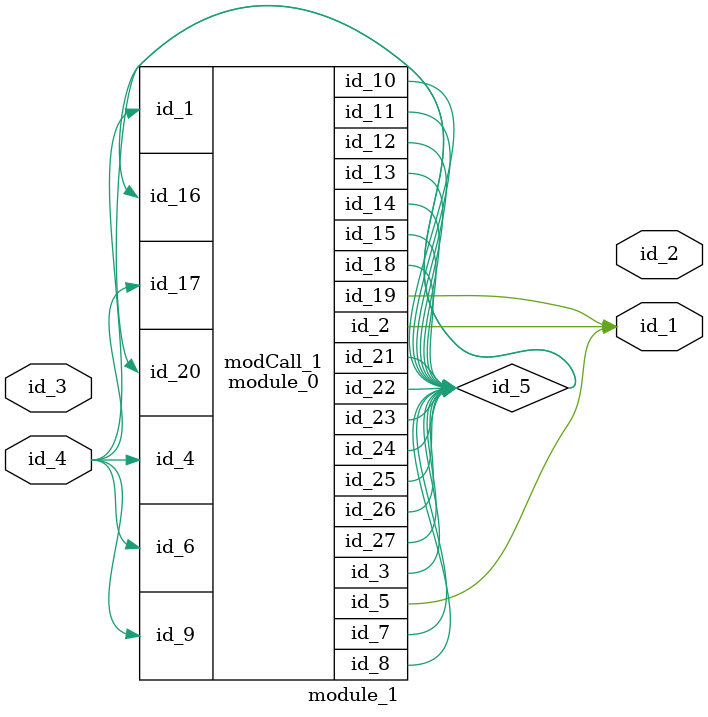
<source format=v>
module module_0 (
    id_1,
    id_2,
    id_3,
    id_4,
    id_5,
    id_6,
    id_7,
    id_8,
    id_9,
    id_10,
    id_11,
    id_12,
    id_13,
    id_14,
    id_15,
    id_16,
    id_17,
    id_18,
    id_19,
    id_20,
    id_21,
    id_22,
    id_23,
    id_24,
    id_25,
    id_26,
    id_27
);
  inout wire id_27;
  output wire id_26;
  output wire id_25;
  inout wire id_24;
  inout wire id_23;
  inout wire id_22;
  inout wire id_21;
  input wire id_20;
  output wire id_19;
  inout wire id_18;
  input wire id_17;
  input wire id_16;
  inout wire id_15;
  inout wire id_14;
  inout wire id_13;
  inout wire id_12;
  output wire id_11;
  output wire id_10;
  input wire id_9;
  output wire id_8;
  inout wire id_7;
  input wire id_6;
  output wire id_5;
  input wire id_4;
  inout wire id_3;
  output wire id_2;
  input wire id_1;
  assign id_12 = 1;
endmodule
module module_1 (
    id_1,
    id_2,
    id_3,
    id_4
);
  input wire id_4;
  input wire id_3;
  output wire id_2;
  output wire id_1;
  wire id_5;
  module_0 modCall_1 (
      id_4,
      id_1,
      id_5,
      id_4,
      id_1,
      id_4,
      id_5,
      id_5,
      id_4,
      id_5,
      id_5,
      id_5,
      id_5,
      id_5,
      id_5,
      id_5,
      id_4,
      id_5,
      id_1,
      id_5,
      id_5,
      id_5,
      id_5,
      id_5,
      id_5,
      id_5,
      id_5
  );
endmodule

</source>
